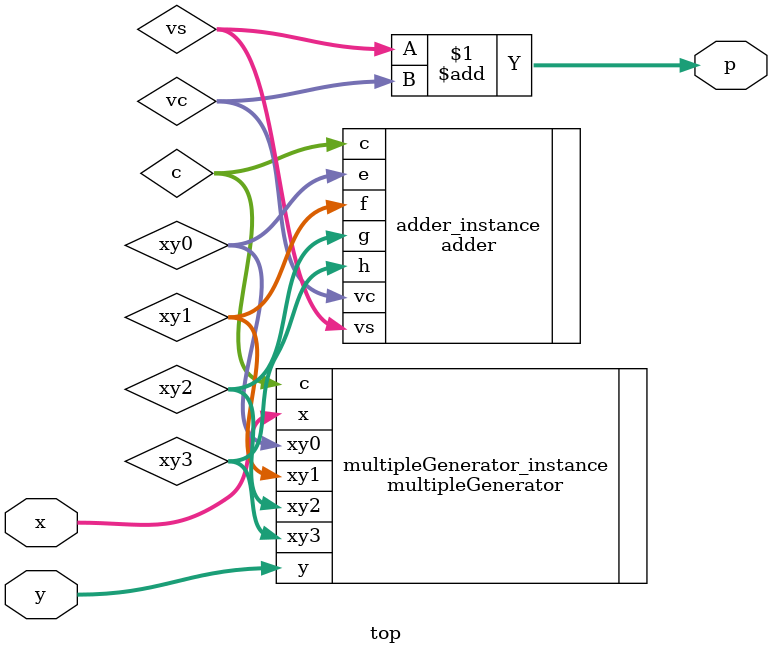
<source format=v>
`include "adder/adder.v"
`include "recoder/multipleGenerator.v"

module top(
    input [6:0] x, y,
    output [17:0] p
);

    wire [3:0] c;
    wire [7:0] xy0, xy1, xy2, xy3;
    wire signed [16:0] vs, vc;
    
    multipleGenerator multipleGenerator_instance(
        .x(x),
        .y(y),
        .c(c),
        .xy0(xy0),
        .xy1(xy1),
        .xy2(xy2),
        .xy3(xy3)
    );
    
    adder adder_instance(
        .c(c),
        .e(xy0),
        .f(xy1),
        .g(xy2),
        .h(xy3),
        .vs(vs),
        .vc(vc)
    );
    
    assign p = vs + vc;
    
endmodule : top

</source>
